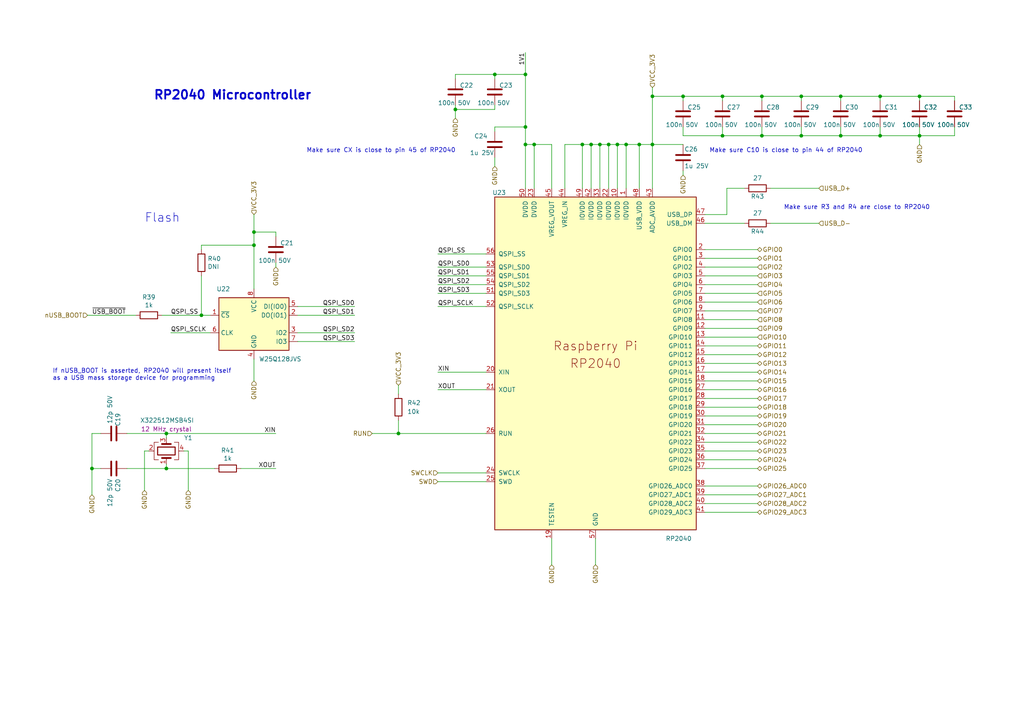
<source format=kicad_sch>
(kicad_sch (version 20211123) (generator eeschema)
  (paper "A4")
  (lib_symbols
    (symbol "Device:C" (pin_numbers hide) (pin_names (offset 0.254))
      (property "Reference" "C" (at 0.635 2.54 0))
      (property "Value" "C" (at 0.635 -2.54 0))
      (symbol "C_0_1"
        (polyline (pts (xy -2.032 -0.762) (xy 2.032 -0.762)) (stroke (width 0.508)))
        (polyline (pts (xy -2.032 0.762) (xy 2.032 0.762)) (stroke (width 0.508)))
      )
      (symbol "C_1_1"
        (pin passive line (at 0 3.81 270) (length 2.794) (name "~") (number "1"))
        (pin passive line (at 0 -3.81 90) (length 2.794) (name "~") (number "2"))
      )
    )
    (symbol "Device:Crystal_GND24" (pin_names (offset 1.016) hide)
      (property "Reference" "Y" (at 3.175 5.08 0))
      (property "Value" "Crystal_GND24" (at 3.175 3.175 0))
      (symbol "Crystal_GND24_0_1"
        (rectangle (start -1.143 2.54) (end 1.143 -2.54) (stroke (width 0.3048)))
        (polyline (pts (xy -2.54 0) (xy -2.032 0)))
        (polyline (pts (xy -2.032 -1.27) (xy -2.032 1.27)) (stroke (width 0.508)))
        (polyline (pts (xy 0 -3.81) (xy 0 -3.556)))
        (polyline (pts (xy 0 3.556) (xy 0 3.81)))
        (polyline (pts (xy 2.032 -1.27) (xy 2.032 1.27)) (stroke (width 0.508)))
        (polyline (pts (xy 2.032 0) (xy 2.54 0)))
        (polyline (pts (xy -2.54 -2.286) (xy -2.54 -3.556) (xy 2.54 -3.556) (xy 2.54 -2.286)))
        (polyline (pts (xy -2.54 2.286) (xy -2.54 3.556) (xy 2.54 3.556) (xy 2.54 2.286)))
      )
      (symbol "Crystal_GND24_1_1"
        (pin passive line (at -3.81 0 0) (length 1.27) (name "1") (number "1"))
        (pin passive line (at 0 5.08 270) (length 1.27) (name "2") (number "2"))
        (pin passive line (at 3.81 0 180) (length 1.27) (name "3") (number "3"))
        (pin passive line (at 0 -5.08 90) (length 1.27) (name "4") (number "4"))
      )
    )
    (symbol "Device:R" (pin_numbers hide) (pin_names (offset 0))
      (property "Reference" "R" (at 2.032 0 90))
      (property "Value" "R" (at 0 0 90))
      (symbol "R_0_1"
        (rectangle (start -1.016 -2.54) (end 1.016 2.54) (stroke (width 0.254)))
      )
      (symbol "R_1_1"
        (pin passive line (at 0 3.81 270) (length 1.27) (name "~") (number "1"))
        (pin passive line (at 0 -3.81 90) (length 1.27) (name "~") (number "2"))
      )
    )
    (symbol "Memory_Flash:W25Q128JVS"
      (property "Reference" "U" (at -8.89 8.89 0))
      (property "Value" "W25Q128JVS" (at 7.62 8.89 0))
      (symbol "W25Q128JVS_0_1"
        (rectangle (start -10.16 7.62) (end 10.16 -7.62) (stroke (width 0.254)) (fill (type background)))
      )
      (symbol "W25Q128JVS_1_1"
        (pin input line (at -12.7 2.54 0) (length 2.54) (name "~{CS}") (number "1"))
        (pin bidirectional line (at 12.7 2.54 180) (length 2.54) (name "DO(IO1)") (number "2"))
        (pin bidirectional line (at 12.7 -2.54 180) (length 2.54) (name "IO2") (number "3"))
        (pin power_in line (at 0 -10.16 90) (length 2.54) (name "GND") (number "4"))
        (pin bidirectional line (at 12.7 5.08 180) (length 2.54) (name "DI(IO0)") (number "5"))
        (pin input line (at -12.7 -2.54 0) (length 2.54) (name "CLK") (number "6"))
        (pin bidirectional line (at 12.7 -5.08 180) (length 2.54) (name "IO3") (number "7"))
        (pin power_in line (at 0 10.16 270) (length 2.54) (name "VCC") (number "8"))
      )
    )
    (symbol "QuarkCncQuadDriver:RP2040" (pin_names (offset 1.016))
      (property "Reference" "U" (at -29.21 49.53 0))
      (property "Value" "RP2040" (at 24.13 -49.53 0))
      (symbol "RP2040_0_0"
        (text "Raspberry Pi" (at 0 5.08 0) (effects (font (size 2.54 2.54))))
        (text "RP2040" (at 0 0 0) (effects (font (size 2.54 2.54))))
      )
      (symbol "RP2040_0_1"
        (rectangle (start 29.21 48.26) (end -29.21 -48.26) (stroke (width 0.254)) (fill (type background)))
      )
      (symbol "RP2040_1_1"
        (pin power_in line (at 8.89 50.8 270) (length 2.54) (name "IOVDD") (number "1"))
        (pin power_in line (at 6.35 50.8 270) (length 2.54) (name "IOVDD") (number "10"))
        (pin bidirectional line (at 31.75 12.7 180) (length 2.54) (name "GPIO8") (number "11"))
        (pin bidirectional line (at 31.75 10.16 180) (length 2.54) (name "GPIO9") (number "12"))
        (pin bidirectional line (at 31.75 7.62 180) (length 2.54) (name "GPIO10") (number "13"))
        (pin bidirectional line (at 31.75 5.08 180) (length 2.54) (name "GPIO11") (number "14"))
        (pin bidirectional line (at 31.75 2.54 180) (length 2.54) (name "GPIO12") (number "15"))
        (pin bidirectional line (at 31.75 0 180) (length 2.54) (name "GPIO13") (number "16"))
        (pin bidirectional line (at 31.75 -2.54 180) (length 2.54) (name "GPIO14") (number "17"))
        (pin bidirectional line (at 31.75 -5.08 180) (length 2.54) (name "GPIO15") (number "18"))
        (pin passive line (at -12.7 -50.8 90) (length 2.54) (name "TESTEN") (number "19"))
        (pin bidirectional line (at 31.75 33.02 180) (length 2.54) (name "GPIO0") (number "2"))
        (pin input line (at -31.75 -2.54 0) (length 2.54) (name "XIN") (number "20"))
        (pin passive line (at -31.75 -7.62 0) (length 2.54) (name "XOUT") (number "21"))
        (pin power_in line (at 3.81 50.8 270) (length 2.54) (name "IOVDD") (number "22"))
        (pin power_in line (at -17.78 50.8 270) (length 2.54) (name "DVDD") (number "23"))
        (pin output line (at -31.75 -31.75 0) (length 2.54) (name "SWCLK") (number "24"))
        (pin bidirectional line (at -31.75 -34.29 0) (length 2.54) (name "SWD") (number "25"))
        (pin input line (at -31.75 -20.32 0) (length 2.54) (name "RUN") (number "26"))
        (pin bidirectional line (at 31.75 -7.62 180) (length 2.54) (name "GPIO16") (number "27"))
        (pin bidirectional line (at 31.75 -10.16 180) (length 2.54) (name "GPIO17") (number "28"))
        (pin bidirectional line (at 31.75 -12.7 180) (length 2.54) (name "GPIO18") (number "29"))
        (pin bidirectional line (at 31.75 30.48 180) (length 2.54) (name "GPIO1") (number "3"))
        (pin bidirectional line (at 31.75 -15.24 180) (length 2.54) (name "GPIO19") (number "30"))
        (pin bidirectional line (at 31.75 -17.78 180) (length 2.54) (name "GPIO20") (number "31"))
        (pin bidirectional line (at 31.75 -20.32 180) (length 2.54) (name "GPIO21") (number "32"))
        (pin power_in line (at 1.27 50.8 270) (length 2.54) (name "IOVDD") (number "33"))
        (pin bidirectional line (at 31.75 -22.86 180) (length 2.54) (name "GPIO22") (number "34"))
        (pin bidirectional line (at 31.75 -25.4 180) (length 2.54) (name "GPIO23") (number "35"))
        (pin bidirectional line (at 31.75 -27.94 180) (length 2.54) (name "GPIO24") (number "36"))
        (pin bidirectional line (at 31.75 -30.48 180) (length 2.54) (name "GPIO25") (number "37"))
        (pin bidirectional line (at 31.75 -35.56 180) (length 2.54) (name "GPIO26_ADC0") (number "38"))
        (pin bidirectional line (at 31.75 -38.1 180) (length 2.54) (name "GPIO27_ADC1") (number "39"))
        (pin bidirectional line (at 31.75 27.94 180) (length 2.54) (name "GPIO2") (number "4"))
        (pin bidirectional line (at 31.75 -40.64 180) (length 2.54) (name "GPIO28_ADC2") (number "40"))
        (pin bidirectional line (at 31.75 -43.18 180) (length 2.54) (name "GPIO29_ADC3") (number "41"))
        (pin power_in line (at -1.27 50.8 270) (length 2.54) (name "IOVDD") (number "42"))
        (pin power_in line (at 16.51 50.8 270) (length 2.54) (name "ADC_AVDD") (number "43"))
        (pin power_in line (at -8.89 50.8 270) (length 2.54) (name "VREG_IN") (number "44"))
        (pin power_out line (at -12.7 50.8 270) (length 2.54) (name "VREG_VOUT") (number "45"))
        (pin bidirectional line (at 31.75 40.64 180) (length 2.54) (name "USB_DM") (number "46"))
        (pin bidirectional line (at 31.75 43.18 180) (length 2.54) (name "USB_DP") (number "47"))
        (pin power_in line (at 12.7 50.8 270) (length 2.54) (name "USB_VDD") (number "48"))
        (pin power_in line (at -3.81 50.8 270) (length 2.54) (name "IOVDD") (number "49"))
        (pin bidirectional line (at 31.75 25.4 180) (length 2.54) (name "GPIO3") (number "5"))
        (pin power_in line (at -20.32 50.8 270) (length 2.54) (name "DVDD") (number "50"))
        (pin bidirectional line (at -31.75 20.32 0) (length 2.54) (name "QSPI_SD3") (number "51"))
        (pin output line (at -31.75 16.51 0) (length 2.54) (name "QSPI_SCLK") (number "52"))
        (pin bidirectional line (at -31.75 27.94 0) (length 2.54) (name "QSPI_SD0") (number "53"))
        (pin bidirectional line (at -31.75 22.86 0) (length 2.54) (name "QSPI_SD2") (number "54"))
        (pin bidirectional line (at -31.75 25.4 0) (length 2.54) (name "QSPI_SD1") (number "55"))
        (pin bidirectional line (at -31.75 31.75 0) (length 2.54) (name "QSPI_SS") (number "56"))
        (pin power_in line (at 0 -50.8 90) (length 2.54) (name "GND") (number "57"))
        (pin bidirectional line (at 31.75 22.86 180) (length 2.54) (name "GPIO4") (number "6"))
        (pin bidirectional line (at 31.75 20.32 180) (length 2.54) (name "GPIO5") (number "7"))
        (pin bidirectional line (at 31.75 17.78 180) (length 2.54) (name "GPIO6") (number "8"))
        (pin bidirectional line (at 31.75 15.24 180) (length 2.54) (name "GPIO7") (number "9"))
      )
    )
  )
  (junction (at 243.84 39.37))
  (junction (at 220.98 27.94))
  (junction (at 266.7 27.94))
  (junction (at 143.51 21.59))
  (junction (at 48.26 125.73))
  (junction (at 209.55 27.94))
  (junction (at 185.42 41.91))
  (junction (at 168.91 41.91))
  (junction (at 255.27 39.37))
  (junction (at 255.27 27.94))
  (junction (at 26.67 135.89))
  (junction (at 232.41 39.37))
  (junction (at 220.98 39.37))
  (junction (at 209.55 39.37))
  (junction (at 132.08 31.75))
  (junction (at 73.66 67.31))
  (junction (at 152.4 21.59))
  (junction (at 173.99 41.91))
  (junction (at 189.23 27.94))
  (junction (at 176.53 41.91))
  (junction (at 171.45 41.91))
  (junction (at 115.57 125.73))
  (junction (at 73.66 71.12))
  (junction (at 152.4 36.83))
  (junction (at 48.26 135.89))
  (junction (at 181.61 41.91))
  (junction (at 58.42 91.44))
  (junction (at 243.84 27.94))
  (junction (at 152.4 41.91))
  (junction (at 154.94 41.91))
  (junction (at 198.12 27.94))
  (junction (at 179.07 41.91))
  (junction (at 189.23 41.91))
  (junction (at 266.7 39.37))
  (junction (at 232.41 27.94))
  (wire (pts (xy 58.42 80.01) (xy 58.42 91.44)))
  (wire (pts (xy 204.47 130.81) (xy 219.71 130.81)))
  (wire (pts (xy 181.61 41.91) (xy 181.61 54.61)))
  (wire (pts (xy 204.47 95.25) (xy 219.71 95.25)))
  (wire (pts (xy 173.99 54.61) (xy 173.99 41.91)))
  (wire (pts (xy 198.12 36.83) (xy 198.12 39.37)))
  (wire (pts (xy 204.47 105.41) (xy 219.71 105.41)))
  (wire (pts (xy 48.26 125.73) (xy 80.01 125.73)))
  (wire (pts (xy 127 82.55) (xy 140.97 82.55)))
  (wire (pts (xy 86.36 88.9) (xy 102.87 88.9)))
  (wire (pts (xy 168.91 41.91) (xy 171.45 41.91)))
  (wire (pts (xy 143.51 21.59) (xy 152.4 21.59)))
  (wire (pts (xy 266.7 39.37) (xy 266.7 41.91)))
  (wire (pts (xy 176.53 54.61) (xy 176.53 41.91)))
  (wire (pts (xy 179.07 41.91) (xy 181.61 41.91)))
  (wire (pts (xy 209.55 29.21) (xy 209.55 27.94)))
  (wire (pts (xy 204.47 102.87) (xy 219.71 102.87)))
  (wire (pts (xy 255.27 29.21) (xy 255.27 27.94)))
  (wire (pts (xy 168.91 54.61) (xy 168.91 41.91)))
  (wire (pts (xy 36.83 125.73) (xy 48.26 125.73)))
  (wire (pts (xy 204.47 123.19) (xy 219.71 123.19)))
  (wire (pts (xy 204.47 113.03) (xy 219.71 113.03)))
  (wire (pts (xy 210.82 54.61) (xy 215.9 54.61)))
  (wire (pts (xy 152.4 36.83) (xy 152.4 41.91)))
  (wire (pts (xy 204.47 62.23) (xy 210.82 62.23)))
  (wire (pts (xy 223.52 54.61) (xy 237.49 54.61)))
  (wire (pts (xy 220.98 27.94) (xy 232.41 27.94)))
  (wire (pts (xy 276.86 36.83) (xy 276.86 39.37)))
  (wire (pts (xy 107.95 125.73) (xy 115.57 125.73)))
  (wire (pts (xy 220.98 36.83) (xy 220.98 39.37)))
  (wire (pts (xy 204.47 77.47) (xy 219.71 77.47)))
  (wire (pts (xy 140.97 137.16) (xy 127 137.16)))
  (wire (pts (xy 154.94 54.61) (xy 154.94 41.91)))
  (wire (pts (xy 243.84 36.83) (xy 243.84 39.37)))
  (wire (pts (xy 204.47 74.93) (xy 219.71 74.93)))
  (wire (pts (xy 86.36 96.52) (xy 102.87 96.52)))
  (wire (pts (xy 185.42 54.61) (xy 185.42 41.91)))
  (wire (pts (xy 127 107.95) (xy 140.97 107.95)))
  (wire (pts (xy 115.57 125.73) (xy 115.57 121.92)))
  (wire (pts (xy 46.99 91.44) (xy 58.42 91.44)))
  (wire (pts (xy 204.47 85.09) (xy 219.71 85.09)))
  (wire (pts (xy 29.21 125.73) (xy 26.67 125.73)))
  (wire (pts (xy 243.84 29.21) (xy 243.84 27.94)))
  (wire (pts (xy 143.51 31.75) (xy 143.51 30.48)))
  (wire (pts (xy 204.47 87.63) (xy 219.71 87.63)))
  (wire (pts (xy 243.84 39.37) (xy 232.41 39.37)))
  (wire (pts (xy 266.7 27.94) (xy 276.86 27.94)))
  (wire (pts (xy 143.51 36.83) (xy 152.4 36.83)))
  (wire (pts (xy 204.47 64.77) (xy 215.9 64.77)))
  (wire (pts (xy 48.26 135.89) (xy 62.23 135.89)))
  (wire (pts (xy 276.86 29.21) (xy 276.86 27.94)))
  (wire (pts (xy 204.47 100.33) (xy 219.71 100.33)))
  (wire (pts (xy 36.83 135.89) (xy 48.26 135.89)))
  (wire (pts (xy 140.97 73.66) (xy 127 73.66)))
  (wire (pts (xy 127 80.01) (xy 140.97 80.01)))
  (wire (pts (xy 204.47 107.95) (xy 219.71 107.95)))
  (wire (pts (xy 204.47 148.59) (xy 219.71 148.59)))
  (wire (pts (xy 26.67 135.89) (xy 26.67 143.51)))
  (wire (pts (xy 163.83 54.61) (xy 163.83 41.91)))
  (wire (pts (xy 80.01 68.58) (xy 80.01 67.31)))
  (wire (pts (xy 266.7 36.83) (xy 266.7 39.37)))
  (wire (pts (xy 189.23 41.91) (xy 198.12 41.91)))
  (wire (pts (xy 160.02 41.91) (xy 154.94 41.91)))
  (wire (pts (xy 127 77.47) (xy 140.97 77.47)))
  (wire (pts (xy 255.27 36.83) (xy 255.27 39.37)))
  (wire (pts (xy 209.55 27.94) (xy 220.98 27.94)))
  (wire (pts (xy 198.12 29.21) (xy 198.12 27.94)))
  (wire (pts (xy 29.21 135.89) (xy 26.67 135.89)))
  (wire (pts (xy 54.61 130.81) (xy 53.34 130.81)))
  (wire (pts (xy 179.07 54.61) (xy 179.07 41.91)))
  (wire (pts (xy 223.52 64.77) (xy 237.49 64.77)))
  (wire (pts (xy 266.7 29.21) (xy 266.7 27.94)))
  (wire (pts (xy 232.41 39.37) (xy 220.98 39.37)))
  (wire (pts (xy 204.47 92.71) (xy 219.71 92.71)))
  (wire (pts (xy 198.12 27.94) (xy 209.55 27.94)))
  (wire (pts (xy 132.08 30.48) (xy 132.08 31.75)))
  (wire (pts (xy 132.08 22.86) (xy 132.08 21.59)))
  (wire (pts (xy 160.02 156.21) (xy 160.02 163.83)))
  (wire (pts (xy 204.47 118.11) (xy 219.71 118.11)))
  (wire (pts (xy 204.47 120.65) (xy 219.71 120.65)))
  (wire (pts (xy 255.27 39.37) (xy 243.84 39.37)))
  (wire (pts (xy 232.41 29.21) (xy 232.41 27.94)))
  (wire (pts (xy 181.61 41.91) (xy 185.42 41.91)))
  (wire (pts (xy 255.27 39.37) (xy 266.7 39.37)))
  (wire (pts (xy 115.57 111.76) (xy 115.57 114.3)))
  (wire (pts (xy 204.47 82.55) (xy 219.71 82.55)))
  (wire (pts (xy 189.23 25.4) (xy 189.23 27.94)))
  (wire (pts (xy 204.47 140.97) (xy 219.71 140.97)))
  (wire (pts (xy 204.47 133.35) (xy 219.71 133.35)))
  (wire (pts (xy 152.4 15.24) (xy 152.4 21.59)))
  (wire (pts (xy 58.42 71.12) (xy 73.66 71.12)))
  (wire (pts (xy 73.66 104.14) (xy 73.66 110.49)))
  (wire (pts (xy 140.97 113.03) (xy 127 113.03)))
  (wire (pts (xy 204.47 125.73) (xy 219.71 125.73)))
  (wire (pts (xy 204.47 72.39) (xy 219.71 72.39)))
  (wire (pts (xy 48.26 134.62) (xy 48.26 135.89)))
  (wire (pts (xy 154.94 41.91) (xy 152.4 41.91)))
  (wire (pts (xy 48.26 127) (xy 48.26 125.73)))
  (wire (pts (xy 115.57 125.73) (xy 140.97 125.73)))
  (wire (pts (xy 204.47 97.79) (xy 219.71 97.79)))
  (wire (pts (xy 185.42 41.91) (xy 189.23 41.91)))
  (wire (pts (xy 172.72 156.21) (xy 172.72 163.83)))
  (wire (pts (xy 132.08 21.59) (xy 143.51 21.59)))
  (wire (pts (xy 73.66 62.23) (xy 73.66 67.31)))
  (wire (pts (xy 140.97 88.9) (xy 127 88.9)))
  (wire (pts (xy 204.47 110.49) (xy 219.71 110.49)))
  (wire (pts (xy 58.42 72.39) (xy 58.42 71.12)))
  (wire (pts (xy 220.98 39.37) (xy 209.55 39.37)))
  (wire (pts (xy 204.47 135.89) (xy 219.71 135.89)))
  (wire (pts (xy 152.4 21.59) (xy 152.4 36.83)))
  (wire (pts (xy 41.91 130.81) (xy 41.91 142.24)))
  (wire (pts (xy 43.18 130.81) (xy 41.91 130.81)))
  (wire (pts (xy 73.66 71.12) (xy 73.66 83.82)))
  (wire (pts (xy 160.02 54.61) (xy 160.02 41.91)))
  (wire (pts (xy 143.51 22.86) (xy 143.51 21.59)))
  (wire (pts (xy 232.41 27.94) (xy 243.84 27.94)))
  (wire (pts (xy 171.45 41.91) (xy 173.99 41.91)))
  (wire (pts (xy 204.47 80.01) (xy 219.71 80.01)))
  (wire (pts (xy 86.36 99.06) (xy 102.87 99.06)))
  (wire (pts (xy 69.85 135.89) (xy 80.01 135.89)))
  (wire (pts (xy 209.55 39.37) (xy 198.12 39.37)))
  (wire (pts (xy 140.97 139.7) (xy 127 139.7)))
  (wire (pts (xy 80.01 67.31) (xy 73.66 67.31)))
  (wire (pts (xy 152.4 41.91) (xy 152.4 54.61)))
  (wire (pts (xy 173.99 41.91) (xy 176.53 41.91)))
  (wire (pts (xy 189.23 27.94) (xy 189.23 41.91)))
  (wire (pts (xy 189.23 41.91) (xy 189.23 54.61)))
  (wire (pts (xy 209.55 36.83) (xy 209.55 39.37)))
  (wire (pts (xy 143.51 45.72) (xy 143.51 48.26)))
  (wire (pts (xy 58.42 91.44) (xy 60.96 91.44)))
  (wire (pts (xy 25.4 91.44) (xy 39.37 91.44)))
  (wire (pts (xy 127 85.09) (xy 140.97 85.09)))
  (wire (pts (xy 204.47 146.05) (xy 219.71 146.05)))
  (wire (pts (xy 220.98 29.21) (xy 220.98 27.94)))
  (wire (pts (xy 49.53 96.52) (xy 60.96 96.52)))
  (wire (pts (xy 171.45 54.61) (xy 171.45 41.91)))
  (wire (pts (xy 86.36 91.44) (xy 102.87 91.44)))
  (wire (pts (xy 132.08 31.75) (xy 132.08 34.29)))
  (wire (pts (xy 143.51 38.1) (xy 143.51 36.83)))
  (wire (pts (xy 132.08 31.75) (xy 143.51 31.75)))
  (wire (pts (xy 204.47 143.51) (xy 219.71 143.51)))
  (wire (pts (xy 255.27 27.94) (xy 266.7 27.94)))
  (wire (pts (xy 210.82 54.61) (xy 210.82 62.23)))
  (wire (pts (xy 204.47 128.27) (xy 219.71 128.27)))
  (wire (pts (xy 204.47 115.57) (xy 219.71 115.57)))
  (wire (pts (xy 163.83 41.91) (xy 168.91 41.91)))
  (wire (pts (xy 232.41 36.83) (xy 232.41 39.37)))
  (wire (pts (xy 189.23 27.94) (xy 198.12 27.94)))
  (wire (pts (xy 243.84 27.94) (xy 255.27 27.94)))
  (wire (pts (xy 26.67 125.73) (xy 26.67 135.89)))
  (wire (pts (xy 276.86 39.37) (xy 266.7 39.37)))
  (wire (pts (xy 204.47 90.17) (xy 219.71 90.17)))
  (wire (pts (xy 54.61 130.81) (xy 54.61 142.24)))
  (wire (pts (xy 176.53 41.91) (xy 179.07 41.91)))
  (wire (pts (xy 80.01 76.2) (xy 80.01 77.47)))
  (wire (pts (xy 73.66 67.31) (xy 73.66 71.12)))
  (wire (pts (xy 198.12 49.53) (xy 198.12 50.8)))
  (text "Make sure CX is close to pin 45 of RP2040" (at 88.9 44.45 0) (effects (font (size 1.27 1.27)) (justify left bottom)))
  (text "RP2040 Microcontroller" (at 44.45 29.21 0) (effects (font (size 2.54 2.54) bold) (justify left bottom)))
  (text "Make sure C10 is close to pin 44 of RP2040" (at 205.74 44.45 0) (effects (font (size 1.27 1.27)) (justify left bottom)))
  (text "Make sure R3 and R4 are close to RP2040" (at 227.33 60.96 0) (effects (font (size 1.27 1.27)) (justify left bottom)))
  (text "If nUSB_BOOT is asserted, RP2040 will present itself\nas a USB mass storage device for programming" (at 15.24 110.49 0) (effects (font (size 1.27 1.27)) (justify left bottom)))
  (text "Flash" (at 41.91 64.77 0) (effects (font (size 2.54 2.54)) (justify left bottom)))
  (label "QSPI_SD2" (at 102.87 96.52 180))
  (label "QSPI_SD2" (at 127 82.55 0))
  (label "QSPI_SS" (at 49.53 91.44 0))
  (label "QSPI_SD1" (at 102.87 91.44 180))
  (label "XOUT" (at 127 113.03 0))
  (label "QSPI_SD0" (at 102.87 88.9 180))
  (label "QSPI_SD3" (at 102.87 99.06 180))
  (label "QSPI_SCLK" (at 49.53 96.52 0))
  (label "XIN" (at 127 107.95 0))
  (label "QSPI_SCLK" (at 127 88.9 0))
  (label "QSPI_SD3" (at 127 85.09 0))
  (label "QSPI_SD0" (at 127 77.47 0))
  (label "1V1" (at 152.4 15.24 270))
  (label "XOUT" (at 80.01 135.89 180))
  (label "XIN" (at 80.01 125.73 180))
  (label "QSPI_SD1" (at 127 80.01 0))
  (label "QSPI_SS" (at 127 73.66 0))
  (label "~{USB_BOOT}" (at 26.67 91.44 0))
  (hierarchical_label "GPIO9" (shape input) (at 219.71 95.25 0))
  (hierarchical_label "GPIO3" (shape input) (at 219.71 80.01 0))
  (hierarchical_label "GPIO4" (shape input) (at 219.71 82.55 0))
  (hierarchical_label "GPIO26_ADC0" (shape bidirectional) (at 219.71 140.97 0))
  (hierarchical_label "GPIO1" (shape bidirectional) (at 219.71 74.93 0))
  (hierarchical_label "GPIO20" (shape bidirectional) (at 219.71 123.19 0))
  (hierarchical_label "GND" (shape input) (at 172.72 163.7913 270))
  (hierarchical_label "GPIO19" (shape bidirectional) (at 219.71 120.65 0))
  (hierarchical_label "GPIO28_ADC2" (shape bidirectional) (at 219.71 146.05 0))
  (hierarchical_label "GPIO22" (shape bidirectional) (at 219.71 128.27 0))
  (hierarchical_label "USB_D-" (shape input) (at 237.49 64.77 0))
  (hierarchical_label "GPIO16" (shape bidirectional) (at 219.71 113.03 0))
  (hierarchical_label "GPIO27_ADC1" (shape bidirectional) (at 219.71 143.51 0))
  (hierarchical_label "RUN" (shape input) (at 107.95 125.73 180))
  (hierarchical_label "GPIO0" (shape bidirectional) (at 219.71 72.39 0))
  (hierarchical_label "GPIO14" (shape bidirectional) (at 219.71 107.95 0))
  (hierarchical_label "USB_D+" (shape input) (at 237.49 54.61 0))
  (hierarchical_label "GPIO8" (shape input) (at 219.71 92.71 0))
  (hierarchical_label "GPIO6" (shape input) (at 219.71 87.63 0))
  (hierarchical_label "nUSB_BOOT" (shape input) (at 25.4 91.44 180))
  (hierarchical_label "GPIO21" (shape bidirectional) (at 219.71 125.73 0))
  (hierarchical_label "GND" (shape input) (at 160.02 163.83 270))
  (hierarchical_label "GND" (shape input) (at 143.51 48.26 270))
  (hierarchical_label "GND" (shape input) (at 41.91 142.24 270))
  (hierarchical_label "VCC_3V3" (shape input) (at 115.57 111.76 90))
  (hierarchical_label "GPIO24" (shape bidirectional) (at 219.71 133.35 0))
  (hierarchical_label "GPIO15" (shape bidirectional) (at 219.71 110.49 0))
  (hierarchical_label "GND" (shape input) (at 132.08 34.29 270))
  (hierarchical_label "GND" (shape input) (at 73.66 110.49 270))
  (hierarchical_label "GND" (shape input) (at 54.61 142.24 270))
  (hierarchical_label "GPIO29_ADC3" (shape bidirectional) (at 219.71 148.59 0))
  (hierarchical_label "GPIO23" (shape bidirectional) (at 219.71 130.81 0))
  (hierarchical_label "GND" (shape input) (at 26.67 143.51 270))
  (hierarchical_label "GPIO10" (shape input) (at 219.71 97.79 0))
  (hierarchical_label "GPIO11" (shape bidirectional) (at 219.71 100.33 0))
  (hierarchical_label "GPIO17" (shape bidirectional) (at 219.71 115.57 0))
  (hierarchical_label "GPIO13" (shape bidirectional) (at 219.71 105.41 0))
  (hierarchical_label "GND" (shape input) (at 198.12 50.8 270))
  (hierarchical_label "SWD" (shape input) (at 127 139.7 180))
  (hierarchical_label "SWCLK" (shape input) (at 127 137.16 180))
  (hierarchical_label "GND" (shape input) (at 80.01 77.47 270))
  (hierarchical_label "GPIO2" (shape input) (at 219.71 77.47 0))
  (hierarchical_label "GPIO18" (shape bidirectional) (at 219.71 118.11 0))
  (hierarchical_label "GND" (shape input) (at 266.7 41.91 270))
  (hierarchical_label "GPIO5" (shape input) (at 219.71 85.09 0))
  (hierarchical_label "GPIO7" (shape input) (at 219.71 90.17 0))
  (hierarchical_label "GPIO25" (shape bidirectional) (at 219.71 135.89 0))
  (hierarchical_label "VCC_3V3" (shape input) (at 189.23 25.4 90))
  (hierarchical_label "GPIO12" (shape bidirectional) (at 219.71 102.87 0))
  (hierarchical_label "VCC_3V3" (shape input) (at 73.66 62.23 90))
  (symbol (lib_id "QuarkCncQuadDriver:RP2040") (at 172.72 105.41 0) (unit 1)
    (property "Reference" "U23" (at 144.78 55.88 0))
    (property "Value" "RP2040" (at 196.85 156.21 0))
    (property "Footprint" "QuarkCncQuadDriver:RP2040-QFN-56" (effects hide))
    (property "LCSC" "C2040" (effects hide))
  )
  (symbol (lib_id "Device:C") (at 198.12 45.72 0) (unit 1)
    (property "Reference" "C26" (at 198.501 43.2816 0) (effects (justify left)))
    (property "Value" "1u 25V" (at 198.501 48.133 0) (effects (justify left)))
    (property "Footprint" "Capacitor_SMD:C_0402_1005Metric" (effects hide))
    (property "LCSC" "C52923" (effects hide))
  )
  (symbol (lib_id "Device:C") (at 266.7 33.02 0) (unit 1)
    (property "Reference" "C32" (at 267.97 31.1149 0) (effects (justify left)))
    (property "Value" "100n 50V" (at 261.62 36.1949 0) (effects (justify left)))
    (property "Footprint" "Capacitor_SMD:C_0402_1005Metric" (effects hide))
    (property "LCSC" "C307331" (effects hide))
  )
  (symbol (lib_id "Device:C") (at 209.55 33.02 0) (unit 1)
    (property "Reference" "C27" (at 210.82 31.1149 0) (effects (justify left)))
    (property "Value" "100n 50V" (at 204.47 36.1949 0) (effects (justify left)))
    (property "Footprint" "Capacitor_SMD:C_0402_1005Metric" (effects hide))
    (property "LCSC" "C307331" (effects hide))
  )
  (symbol (lib_id "Device:C") (at 132.08 26.67 0) (unit 1)
    (property "Reference" "C22" (at 133.35 24.7649 0) (effects (justify left)))
    (property "Value" "100n 50V" (at 127 29.8449 0) (effects (justify left)))
    (property "Footprint" "Capacitor_SMD:C_0402_1005Metric" (effects hide))
    (property "LCSC" "C307331" (effects hide))
  )
  (symbol (lib_id "Device:C") (at 143.51 41.91 0) (unit 1)
    (property "Reference" "C24" (at 137.541 39.4716 0) (effects (justify left)))
    (property "Value" "1u 25V" (at 136.271 44.323 0) (effects (justify left)))
    (property "Footprint" "Capacitor_SMD:C_0402_1005Metric" (effects hide))
    (property "LCSC" "C52923" (effects hide))
  )
  (symbol (lib_id "Device:C") (at 33.02 125.73 270) (unit 1)
    (property "Reference" "C19" (at 34.1884 119.761 0) (effects (justify left)))
    (property "Value" "12p 50V" (at 31.877 114.681 0) (effects (justify left)))
    (property "Footprint" "Capacitor_SMD:C_0402_1005Metric" (effects hide))
    (property "LCSC" "C1547" (effects hide))
  )
  (symbol (lib_id "Device:C") (at 80.01 72.39 0) (unit 1)
    (property "Reference" "C21" (at 81.28 70.4849 0) (effects (justify left)))
    (property "Value" "100n 50V" (at 74.93 75.5649 0) (effects (justify left)))
    (property "Footprint" "Capacitor_SMD:C_0402_1005Metric" (effects hide))
    (property "LCSC" "C307331" (effects hide))
  )
  (symbol (lib_id "Device:C") (at 243.84 33.02 0) (unit 1)
    (property "Reference" "C30" (at 245.11 31.1149 0) (effects (justify left)))
    (property "Value" "100n 50V" (at 238.76 36.1949 0) (effects (justify left)))
    (property "Footprint" "Capacitor_SMD:C_0402_1005Metric" (effects hide))
    (property "LCSC" "C307331" (effects hide))
  )
  (symbol (lib_id "Device:C") (at 198.12 33.02 0) (unit 1)
    (property "Reference" "C25" (at 199.39 31.1149 0) (effects (justify left)))
    (property "Value" "100n 50V" (at 193.04 36.1949 0) (effects (justify left)))
    (property "Footprint" "Capacitor_SMD:C_0402_1005Metric" (effects hide))
    (property "LCSC" "C307331" (effects hide))
  )
  (symbol (lib_id "Device:C") (at 143.51 26.67 0) (unit 1)
    (property "Reference" "C23" (at 144.78 24.7649 0) (effects (justify left)))
    (property "Value" "100n 50V" (at 138.43 29.8449 0) (effects (justify left)))
    (property "Footprint" "Capacitor_SMD:C_0402_1005Metric" (effects hide))
    (property "LCSC" "C307331" (effects hide))
  )
  (symbol (lib_id "Device:R") (at 115.57 118.11 180) (unit 1)
    (property "Reference" "R42" (at 118.11 116.8399 0) (effects (justify right)))
    (property "Value" "10k" (at 118.11 119.3799 0) (effects (justify right)))
    (property "Footprint" "Resistor_SMD:R_0402_1005Metric" (effects hide))
    (property "LCSC" "C25744" (effects hide))
  )
  (symbol (lib_id "Device:R") (at 43.18 91.44 270) (unit 1)
    (property "Reference" "R39" (at 43.18 86.1822 90))
    (property "Value" "1k" (at 43.18 88.4936 90))
    (property "Footprint" "Resistor_SMD:R_1206_3216Metric" (effects hide))
    (property "LCSC" "C4410" (effects hide))
  )
  (symbol (lib_id "Device:C") (at 276.86 33.02 0) (unit 1)
    (property "Reference" "C33" (at 278.13 31.1149 0) (effects (justify left)))
    (property "Value" "100n 50V" (at 271.78 36.1949 0) (effects (justify left)))
    (property "Footprint" "Capacitor_SMD:C_0402_1005Metric" (effects hide))
    (property "LCSC" "C307331" (effects hide))
  )
  (symbol (lib_id "Device:R") (at 219.71 54.61 270) (unit 1)
    (property "Reference" "R43" (at 219.71 56.9722 90))
    (property "Value" "27" (at 219.71 51.6636 90))
    (property "Footprint" "Resistor_SMD:R_0603_1608Metric" (effects hide))
    (property "LCSC" "C25190" (effects hide))
  )
  (symbol (lib_id "Device:C") (at 220.98 33.02 0) (unit 1)
    (property "Reference" "C28" (at 222.25 31.1149 0) (effects (justify left)))
    (property "Value" "100n 50V" (at 215.9 36.1949 0) (effects (justify left)))
    (property "Footprint" "Capacitor_SMD:C_0402_1005Metric" (effects hide))
    (property "LCSC" "C307331" (effects hide))
  )
  (symbol (lib_id "Device:R") (at 66.04 135.89 270) (unit 1)
    (property "Reference" "R41" (at 66.04 130.6322 90))
    (property "Value" "1k" (at 66.04 132.9436 90))
    (property "Footprint" "Resistor_SMD:R_1206_3216Metric" (effects hide))
    (property "LCSC" "C4410" (effects hide))
  )
  (symbol (lib_id "Memory_Flash:W25Q128JVS") (at 73.66 93.98 0) (unit 1)
    (property "Reference" "U22" (at 64.77 83.82 0))
    (property "Value" "W25Q128JVS" (at 81.28 104.14 0))
    (property "Footprint" "Package_SO:SOIC-8_5.23x5.23mm_P1.27mm" (effects hide))
    (property "Datasheet" "http://www.winbond.com/resource-files/w25q128jv_dtr%20revc%2003272018%20plus.pdf" (effects hide))
    (property "LCSC" "C97521" (effects hide))
  )
  (symbol (lib_id "Device:C") (at 232.41 33.02 0) (unit 1)
    (property "Reference" "C29" (at 233.68 31.1149 0) (effects (justify left)))
    (property "Value" "100n 50V" (at 227.33 36.1949 0) (effects (justify left)))
    (property "Footprint" "Capacitor_SMD:C_0402_1005Metric" (effects hide))
    (property "LCSC" "C307331" (effects hide))
  )
  (symbol (lib_id "Device:Crystal_GND24") (at 48.26 130.81 90) (unit 1)
    (property "Reference" "Y1" (at 53.34 126.9999 90) (effects (justify right)))
    (property "Value" "X322512MSB4SI" (at 40.64 121.9199 90) (effects (justify right)))
    (property "Footprint" "Crystal:Crystal_SMD_3225-4Pin_3.2x2.5mm" (effects hide))
    (property "LCSC" "C9002" (effects hide))
    (property "Description" "12 MHz crystal" (at 48.26 124.46 90))
  )
  (symbol (lib_id "Device:C") (at 33.02 135.89 270) (unit 1)
    (property "Reference" "C20" (at 34.1884 138.811 0) (effects (justify left)))
    (property "Value" "12p 50V" (at 31.877 138.811 0) (effects (justify left)))
    (property "Footprint" "Capacitor_SMD:C_0402_1005Metric" (effects hide))
    (property "LCSC" "C1547" (effects hide))
  )
  (symbol (lib_id "Device:R") (at 58.42 76.2 0) (unit 1)
    (property "Reference" "R40" (at 60.198 75.0316 0) (effects (justify left)))
    (property "Value" "DNI" (at 60.198 77.343 0) (effects (justify left)))
    (property "Footprint" "Capacitor_SMD:C_0402_1005Metric" (effects hide))
    (property "Assembly" "DNI" (effects hide))
  )
  (symbol (lib_id "Device:R") (at 219.71 64.77 270) (unit 1)
    (property "Reference" "R44" (at 219.71 67.1322 90))
    (property "Value" "27" (at 219.71 61.8236 90))
    (property "Footprint" "Resistor_SMD:R_0603_1608Metric" (effects hide))
    (property "LCSC" "C25190" (effects hide))
  )
  (symbol (lib_id "Device:C") (at 255.27 33.02 0) (unit 1)
    (property "Reference" "C31" (at 256.54 31.1149 0) (effects (justify left)))
    (property "Value" "100n 50V" (at 250.19 36.1949 0) (effects (justify left)))
    (property "Footprint" "Capacitor_SMD:C_0402_1005Metric" (effects hide))
    (property "LCSC" "C307331" (effects hide))
  )
)
</source>
